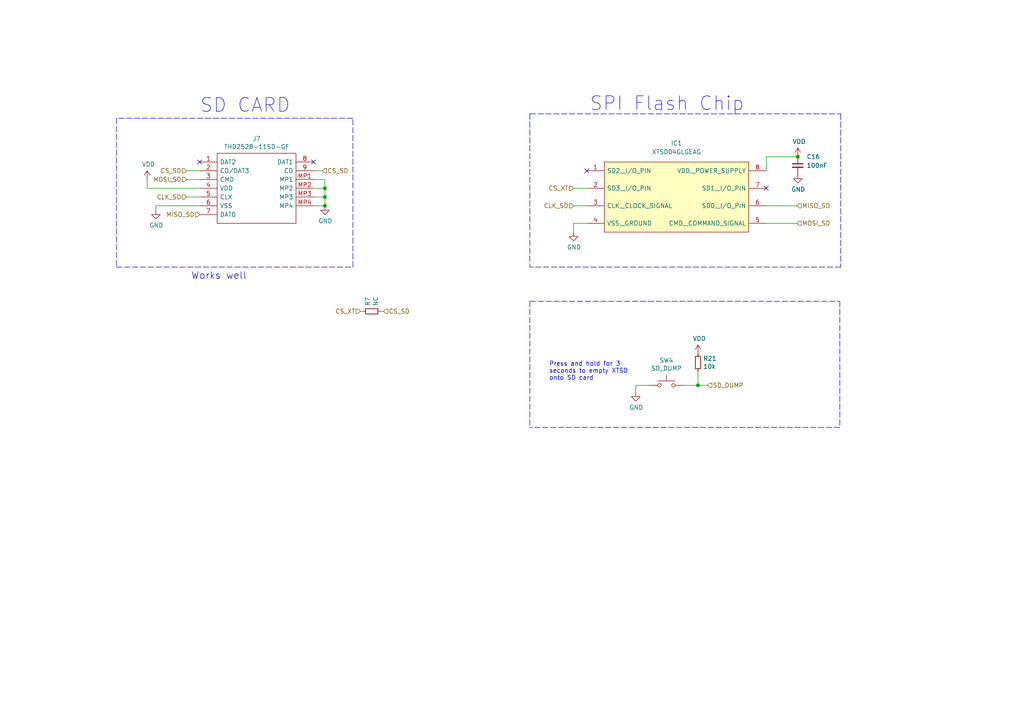
<source format=kicad_sch>
(kicad_sch (version 20211123) (generator eeschema)
  (paper "A4")
  (lib_symbols
    (symbol "Device:C_Small" (pin_numbers hide) (pin_names (offset 0.254) hide)
      (property "Reference" "C" (at 0.254 1.778 0))
      (property "Value" "C_Small" (at 0.254 -2.032 0))
      (symbol "C_Small_0_1"
        (polyline (pts (xy -1.524 -0.508) (xy 1.524 -0.508)) (stroke (width 0.3302)))
        (polyline (pts (xy -1.524 0.508) (xy 1.524 0.508)) (stroke (width 0.3048)))
      )
      (symbol "C_Small_1_1"
        (pin passive line (at 0 2.54 270) (length 2.032) (name "~") (number "1"))
        (pin passive line (at 0 -2.54 90) (length 2.032) (name "~") (number "2"))
      )
    )
    (symbol "Device:R_Small" (pin_numbers hide) (pin_names (offset 0.254) hide)
      (property "Reference" "R" (at 0.762 0.508 0))
      (property "Value" "R_Small" (at 0.762 -1.016 0))
      (symbol "R_Small_0_1"
        (rectangle (start -0.762 1.778) (end 0.762 -1.778) (stroke (width 0.2032)))
      )
      (symbol "R_Small_1_1"
        (pin passive line (at 0 2.54 270) (length 0.762) (name "~") (number "1"))
        (pin passive line (at 0 -2.54 90) (length 0.762) (name "~") (number "2"))
      )
    )
    (symbol "Switch:SW_Push" (pin_numbers hide) (pin_names (offset 1.016) hide)
      (property "Reference" "SW" (at 1.27 2.54 0))
      (property "Value" "SW_Push" (at 0 -1.524 0))
      (symbol "SW_Push_0_1"
        (circle (center -2.032 0) (radius 0.508))
        (polyline (pts (xy 0 1.27) (xy 0 3.048)))
        (polyline (pts (xy 2.54 1.27) (xy -2.54 1.27)))
        (circle (center 2.032 0) (radius 0.508))
        (pin passive line (at -5.08 0 0) (length 2.54) (name "1") (number "1"))
        (pin passive line (at 5.08 0 180) (length 2.54) (name "2") (number "2"))
      )
    )
    (symbol "THD2528-11SD-GF:THD2528-11SD-GF" (pin_names (offset 0.762))
      (property "Reference" "J" (at 29.21 7.62 0))
      (property "Value" "THD2528-11SD-GF_THD2528-11SD-GF" (at 29.21 5.08 0))
      (symbol "THD2528-11SD-GF_0_0"
        (pin passive line (at 0 0 0) (length 5.08) (name "DAT2") (number "1"))
        (pin passive line (at 0 -2.54 0) (length 5.08) (name "CD/DAT3") (number "2"))
        (pin passive line (at 0 -5.08 0) (length 5.08) (name "CMD") (number "3"))
        (pin passive line (at 0 -7.62 0) (length 5.08) (name "VDD") (number "4"))
        (pin passive line (at 0 -10.16 0) (length 5.08) (name "CLX") (number "5"))
        (pin passive line (at 0 -12.7 0) (length 5.08) (name "VSS") (number "6"))
        (pin passive line (at 0 -15.24 0) (length 5.08) (name "DAT0") (number "7"))
        (pin passive line (at 33.02 0 180) (length 5.08) (name "DAT1") (number "8"))
        (pin passive line (at 33.02 -2.54 180) (length 5.08) (name "CD") (number "9"))
        (pin passive line (at 33.02 -5.08 180) (length 5.08) (name "MP1") (number "MP1"))
        (pin passive line (at 33.02 -7.62 180) (length 5.08) (name "MP2") (number "MP2"))
        (pin passive line (at 33.02 -10.16 180) (length 5.08) (name "MP3") (number "MP3"))
        (pin passive line (at 33.02 -12.7 180) (length 5.08) (name "MP4") (number "MP4"))
      )
      (symbol "THD2528-11SD-GF_0_1"
        (polyline (pts (xy 5.08 2.54) (xy 27.94 2.54) (xy 27.94 -17.78) (xy 5.08 -17.78) (xy 5.08 2.54)) (stroke (width 0.1524)))
      )
    )
    (symbol "XTSD04GLGEAG:XTSD04GLGEAG" (pin_names (offset 0.762))
      (property "Reference" "IC" (at 59.69 7.62 0))
      (property "Value" "XTSD04GLGEAG" (at 59.69 5.08 0))
      (symbol "XTSD04GLGEAG_0_0"
        (pin passive line (at 0 7.62 0) (length 5.08) (name "SD2,_I/O_PIN") (number "1"))
        (pin passive line (at 0 2.54 0) (length 5.08) (name "SD3,_I/O_PIN") (number "2"))
        (pin passive line (at 0 -2.54 0) (length 5.08) (name "CLK,_CLOCK_SIGNAL") (number "3"))
        (pin passive line (at 0 -7.62 0) (length 5.08) (name "VSS,_GROUND") (number "4"))
        (pin passive line (at 52.07 -7.62 180) (length 5.08) (name "CMD,_COMMAND_SIGNAL") (number "5"))
        (pin passive line (at 52.07 -2.54 180) (length 5.08) (name "SD0,_I/O_PIN") (number "6"))
        (pin passive line (at 52.07 2.54 180) (length 5.08) (name "SD1,_I/O_PIN") (number "7"))
        (pin passive line (at 52.07 7.62 180) (length 5.08) (name "VDD,_POWER_SUPPLY") (number "8"))
      )
      (symbol "XTSD04GLGEAG_0_1"
        (polyline (pts (xy 5.08 10.16) (xy 46.99 10.16) (xy 46.99 -10.16) (xy 5.08 -10.16) (xy 5.08 10.16)) (stroke (width 0.1524)) (fill (type background)))
      )
    )
    (symbol "power:GND" (power) (pin_names (offset 0))
      (property "Value" "GND" (at 0 -3.81 0))
      (symbol "GND_0_1"
        (polyline (pts (xy 0 0) (xy 0 -1.27) (xy 1.27 -1.27) (xy 0 -2.54) (xy -1.27 -1.27) (xy 0 -1.27)))
      )
      (symbol "GND_1_1"
        (pin power_in line (at 0 0 270) (length 0) hide (name "GND") (number "1"))
      )
    )
    (symbol "power:VDD" (power) (pin_names (offset 0))
      (property "Value" "VDD" (at 0 3.81 0))
      (symbol "VDD_0_1"
        (polyline (pts (xy -0.762 1.27) (xy 0 2.54)))
        (polyline (pts (xy 0 0) (xy 0 2.54)))
        (polyline (pts (xy 0 2.54) (xy 0.762 1.27)))
      )
      (symbol "VDD_1_1"
        (pin power_in line (at 0 0 90) (length 0) hide (name "VDD") (number "1"))
      )
    )
  )
  (junction (at 231.394 45.466))
  (junction (at 94.234 59.69))
  (junction (at 94.234 54.61))
  (junction (at 94.234 57.15))
  (junction (at 202.438 111.76))
  (no_connect (at 170.18 49.53))
  (no_connect (at 222.25 54.61))
  (no_connect (at 90.932 46.99))
  (no_connect (at 57.912 46.99))
  (polyline (pts (xy 243.84 33.02) (xy 243.84 77.47)))
  (polyline (pts (xy 153.67 87.376) (xy 243.586 87.376)))
  (wire (pts (xy 166.37 64.77) (xy 166.37 67.31)))
  (wire (pts (xy 222.25 45.466) (xy 231.394 45.466)))
  (wire (pts (xy 110.363 90.297) (xy 111.252 90.297)))
  (polyline (pts (xy 243.586 123.952) (xy 153.67 123.952)))
  (wire (pts (xy 198.374 111.76) (xy 202.438 111.76)))
  (wire (pts (xy 202.438 111.76) (xy 205.232 111.76)))
  (wire (pts (xy 94.234 57.15) (xy 94.234 59.69)))
  (wire (pts (xy 57.912 52.07) (xy 54.102 52.07)))
  (wire (pts (xy 222.25 64.77) (xy 231.14 64.77)))
  (wire (pts (xy 166.37 54.61) (xy 170.18 54.61)))
  (wire (pts (xy 45.212 60.96) (xy 45.212 59.69)))
  (polyline (pts (xy 243.586 87.376) (xy 243.586 123.952)))
  (wire (pts (xy 90.932 54.61) (xy 94.234 54.61)))
  (wire (pts (xy 54.102 57.15) (xy 57.912 57.15)))
  (polyline (pts (xy 153.67 87.376) (xy 153.67 123.952)))
  (wire (pts (xy 188.214 111.76) (xy 184.404 111.76)))
  (wire (pts (xy 202.438 107.696) (xy 202.438 111.76)))
  (wire (pts (xy 104.521 90.297) (xy 105.283 90.297)))
  (wire (pts (xy 222.25 49.53) (xy 222.25 45.466)))
  (polyline (pts (xy 102.362 34.29) (xy 33.782 34.29)))
  (wire (pts (xy 42.672 52.07) (xy 42.672 54.61)))
  (wire (pts (xy 90.932 57.15) (xy 94.234 57.15)))
  (wire (pts (xy 170.18 64.77) (xy 166.37 64.77)))
  (wire (pts (xy 184.404 111.76) (xy 184.404 113.792)))
  (wire (pts (xy 94.234 52.07) (xy 94.234 54.61)))
  (wire (pts (xy 94.234 54.61) (xy 94.234 57.15)))
  (polyline (pts (xy 243.84 77.47) (xy 153.67 77.47)))
  (wire (pts (xy 42.672 54.61) (xy 57.912 54.61)))
  (polyline (pts (xy 33.782 77.47) (xy 102.362 77.47)))
  (polyline (pts (xy 102.362 77.47) (xy 102.362 34.29)))
  (wire (pts (xy 54.102 49.53) (xy 57.912 49.53)))
  (wire (pts (xy 45.212 59.69) (xy 57.912 59.69)))
  (polyline (pts (xy 33.782 34.29) (xy 33.782 77.47)))
  (polyline (pts (xy 153.67 33.02) (xy 153.67 77.47)))
  (polyline (pts (xy 153.67 33.02) (xy 243.84 33.02)))
  (wire (pts (xy 166.37 59.69) (xy 170.18 59.69)))
  (wire (pts (xy 90.932 52.07) (xy 94.234 52.07)))
  (wire (pts (xy 90.932 59.69) (xy 94.234 59.69)))
  (wire (pts (xy 90.932 49.53) (xy 93.472 49.53)))
  (wire (pts (xy 222.25 59.69) (xy 231.14 59.69)))
  (text "SD CARD" (at 57.912 33.02 0) (effects (font (size 3.9878 3.9878)) (justify left bottom)))
  (text "Press and hold for 3 \nseconds to empty XTSD\nonto SD card" (at 159.258 110.49 0) (effects (font (size 1.27 1.27)) (justify left bottom)))
  (text "Works well" (at 55.372 81.28 0) (effects (font (size 2.0066 2.0066)) (justify left bottom)))
  (text "SPI Flash Chip" (at 170.942 32.512 0) (effects (font (size 3.9878 3.9878)) (justify left bottom)))
  (hierarchical_label "CLK_SD" (shape input) (at 166.37 59.69 180))
  (hierarchical_label "CS_XT" (shape input) (at 104.521 90.297 180))
  (hierarchical_label "MISO_SD" (shape input) (at 57.912 62.23 180))
  (hierarchical_label "MOSI_SD" (shape input) (at 54.102 52.07 180))
  (hierarchical_label "CS_SD" (shape input) (at 54.102 49.53 180))
  (hierarchical_label "CLK_SD" (shape input) (at 54.102 57.15 180))
  (hierarchical_label "CS_SD" (shape input) (at 111.252 90.297 0))
  (hierarchical_label "MISO_SD" (shape input) (at 231.14 59.69 0))
  (hierarchical_label "CS_XT" (shape input) (at 166.37 54.61 180))
  (hierarchical_label "MOSI_SD" (shape input) (at 231.14 64.77 0))
  (hierarchical_label "SD_DUMP" (shape input) (at 205.232 111.76 0))
  (hierarchical_label "CS_SD" (shape input) (at 93.472 49.53 0))
  (symbol (lib_id "power:GND") (at 231.394 50.546 0) (unit 1)
    (property "Reference" "#PWR0162" (effects hide))
    (property "Value" "GND" (at 231.521 54.9402 0))
  )
  (symbol (lib_id "power:GND") (at 94.234 59.69 0) (unit 1)
    (property "Reference" "#PWR0178" (effects hide))
    (property "Value" "GND" (at 94.361 64.0842 0))
  )
  (symbol (lib_id "Device:C_Small") (at 231.394 48.006 0) (unit 1)
    (property "Reference" "C16" (at 233.934 45.466 0) (effects (justify left)))
    (property "Value" "100nF" (at 233.934 48.006 0) (effects (justify left)))
    (property "Footprint" "Capacitor_SMD:C_0603_1608Metric" (effects hide))
  )
  (symbol (lib_id "power:GND") (at 45.212 60.96 0) (unit 1)
    (property "Reference" "#PWR0160" (effects hide))
    (property "Value" "GND" (at 45.339 65.3542 0))
  )
  (symbol (lib_id "THD2528-11SD-GF:THD2528-11SD-GF") (at 57.912 46.99 0) (unit 1)
    (property "Reference" "J7" (at 74.422 40.259 0))
    (property "Value" "THD2528-11SD-GF" (at 74.422 42.5704 0))
    (property "Footprint" "Local_footprints:THD252811SDGF" (effects hide))
    (property "Datasheet" "https://datasheet.lcsc.com/szlcsc/1903291130_THD-THD2528-11SD-GF_C283232.pdf" (effects hide))
    (property "Description" "Connector - Card Sockets SMD RoHS" (effects hide))
    (property "Height" "2" (effects hide))
    (property "Manufacturer_Name" "THD" (effects hide))
    (property "Manufacturer_Part_Number" "THD2528-11SD-GF" (effects hide))
  )
  (symbol (lib_id "power:VDD") (at 202.438 102.616 0) (unit 1)
    (property "Reference" "#PWR0165" (effects hide))
    (property "Value" "VDD" (at 202.819 98.2218 0))
  )
  (symbol (lib_id "Device:R_Small") (at 202.438 105.156 0) (unit 1)
    (property "Reference" "R21" (at 203.9366 103.9876 0) (effects (justify left)))
    (property "Value" "10k" (at 203.9366 106.299 0) (effects (justify left)))
    (property "Footprint" "Resistor_SMD:R_0603_1608Metric" (effects hide))
  )
  (symbol (lib_id "Switch:SW_Push") (at 193.294 111.76 0) (unit 1)
    (property "Reference" "SW4" (at 193.294 104.521 0))
    (property "Value" "SD_DUMP" (at 193.294 106.8324 0))
    (property "Footprint" "Button_Switch_SMD:SW_Push_1P1T_NO_CK_KSC6xxJ" (effects hide))
  )
  (symbol (lib_id "power:VDD") (at 231.394 45.466 0) (unit 1)
    (property "Reference" "#PWR0175" (effects hide))
    (property "Value" "VDD" (at 231.775 41.0718 0))
  )
  (symbol (lib_id "power:GND") (at 166.37 67.31 0) (unit 1)
    (property "Reference" "#PWR0163" (effects hide))
    (property "Value" "GND" (at 166.497 71.7042 0))
  )
  (symbol (lib_id "power:GND") (at 184.404 113.792 0) (unit 1)
    (property "Reference" "#PWR0164" (effects hide))
    (property "Value" "GND" (at 184.531 118.1862 0))
  )
  (symbol (lib_id "Device:R_Small") (at 107.823 90.297 90) (unit 1)
    (property "Reference" "R7" (at 106.6546 88.7984 0) (effects (justify left)))
    (property "Value" "NC" (at 108.966 88.7984 0) (effects (justify left)))
    (property "Footprint" "Resistor_SMD:R_0603_1608Metric" (effects hide))
  )
  (symbol (lib_id "XTSD04GLGEAG:XTSD04GLGEAG") (at 170.18 57.15 0) (unit 1)
    (property "Reference" "IC1" (at 196.215 41.529 0))
    (property "Value" "XTSD04GLGEAG" (at 196.215 44.069 0))
    (property "Footprint" "Local_footprints:SON127P800X600X95-8N" (effects hide))
    (property "Datasheet" "https://datasheet.lcsc.com/szlcsc/2005251034_XTX-XTSD04GLGEAG_C558839.pdf" (effects hide))
    (property "Description" "LGA8-8x6mm FLASH" (effects hide))
    (property "Height" "0.95" (effects hide))
    (property "Manufacturer_Name" "XTX" (effects hide))
    (property "Manufacturer_Part_Number" "XTSD04GLGEAG" (effects hide))
  )
  (symbol (lib_id "power:VDD") (at 42.672 52.07 0) (unit 1)
    (property "Reference" "#PWR0161" (effects hide))
    (property "Value" "VDD" (at 43.053 47.6758 0))
  )
)
</source>
